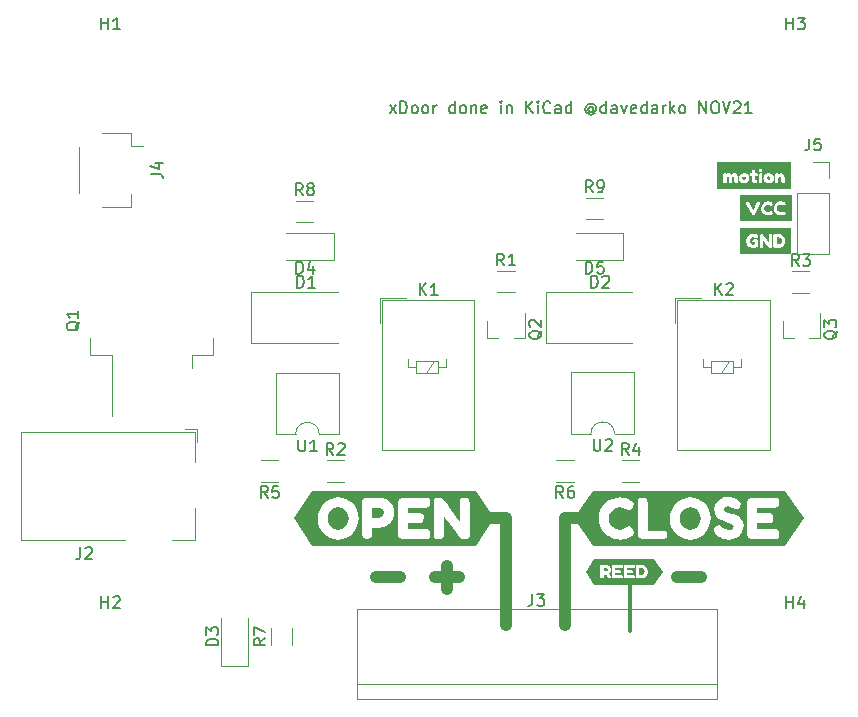
<source format=gbr>
%TF.GenerationSoftware,KiCad,Pcbnew,(5.1.9-0-10_14)*%
%TF.CreationDate,2021-11-09T22:49:23+01:00*%
%TF.ProjectId,xDoor,78446f6f-722e-46b6-9963-61645f706362,rev?*%
%TF.SameCoordinates,Original*%
%TF.FileFunction,Legend,Top*%
%TF.FilePolarity,Positive*%
%FSLAX46Y46*%
G04 Gerber Fmt 4.6, Leading zero omitted, Abs format (unit mm)*
G04 Created by KiCad (PCBNEW (5.1.9-0-10_14)) date 2021-11-09 22:49:23*
%MOMM*%
%LPD*%
G01*
G04 APERTURE LIST*
%ADD10C,0.200000*%
%ADD11C,1.000000*%
%ADD12C,0.300000*%
%ADD13C,0.100000*%
%ADD14C,0.120000*%
%ADD15C,0.150000*%
G04 APERTURE END LIST*
D10*
X27142857Y-7702380D02*
X27666666Y-7035714D01*
X27142857Y-7035714D02*
X27666666Y-7702380D01*
X28047619Y-7702380D02*
X28047619Y-6702380D01*
X28285714Y-6702380D01*
X28428571Y-6750000D01*
X28523809Y-6845238D01*
X28571428Y-6940476D01*
X28619047Y-7130952D01*
X28619047Y-7273809D01*
X28571428Y-7464285D01*
X28523809Y-7559523D01*
X28428571Y-7654761D01*
X28285714Y-7702380D01*
X28047619Y-7702380D01*
X29190476Y-7702380D02*
X29095238Y-7654761D01*
X29047619Y-7607142D01*
X29000000Y-7511904D01*
X29000000Y-7226190D01*
X29047619Y-7130952D01*
X29095238Y-7083333D01*
X29190476Y-7035714D01*
X29333333Y-7035714D01*
X29428571Y-7083333D01*
X29476190Y-7130952D01*
X29523809Y-7226190D01*
X29523809Y-7511904D01*
X29476190Y-7607142D01*
X29428571Y-7654761D01*
X29333333Y-7702380D01*
X29190476Y-7702380D01*
X30095238Y-7702380D02*
X30000000Y-7654761D01*
X29952380Y-7607142D01*
X29904761Y-7511904D01*
X29904761Y-7226190D01*
X29952380Y-7130952D01*
X30000000Y-7083333D01*
X30095238Y-7035714D01*
X30238095Y-7035714D01*
X30333333Y-7083333D01*
X30380952Y-7130952D01*
X30428571Y-7226190D01*
X30428571Y-7511904D01*
X30380952Y-7607142D01*
X30333333Y-7654761D01*
X30238095Y-7702380D01*
X30095238Y-7702380D01*
X30857142Y-7702380D02*
X30857142Y-7035714D01*
X30857142Y-7226190D02*
X30904761Y-7130952D01*
X30952380Y-7083333D01*
X31047619Y-7035714D01*
X31142857Y-7035714D01*
X32666666Y-7702380D02*
X32666666Y-6702380D01*
X32666666Y-7654761D02*
X32571428Y-7702380D01*
X32380952Y-7702380D01*
X32285714Y-7654761D01*
X32238095Y-7607142D01*
X32190476Y-7511904D01*
X32190476Y-7226190D01*
X32238095Y-7130952D01*
X32285714Y-7083333D01*
X32380952Y-7035714D01*
X32571428Y-7035714D01*
X32666666Y-7083333D01*
X33285714Y-7702380D02*
X33190476Y-7654761D01*
X33142857Y-7607142D01*
X33095238Y-7511904D01*
X33095238Y-7226190D01*
X33142857Y-7130952D01*
X33190476Y-7083333D01*
X33285714Y-7035714D01*
X33428571Y-7035714D01*
X33523809Y-7083333D01*
X33571428Y-7130952D01*
X33619047Y-7226190D01*
X33619047Y-7511904D01*
X33571428Y-7607142D01*
X33523809Y-7654761D01*
X33428571Y-7702380D01*
X33285714Y-7702380D01*
X34047619Y-7035714D02*
X34047619Y-7702380D01*
X34047619Y-7130952D02*
X34095238Y-7083333D01*
X34190476Y-7035714D01*
X34333333Y-7035714D01*
X34428571Y-7083333D01*
X34476190Y-7178571D01*
X34476190Y-7702380D01*
X35333333Y-7654761D02*
X35238095Y-7702380D01*
X35047619Y-7702380D01*
X34952380Y-7654761D01*
X34904761Y-7559523D01*
X34904761Y-7178571D01*
X34952380Y-7083333D01*
X35047619Y-7035714D01*
X35238095Y-7035714D01*
X35333333Y-7083333D01*
X35380952Y-7178571D01*
X35380952Y-7273809D01*
X34904761Y-7369047D01*
X36571428Y-7702380D02*
X36571428Y-7035714D01*
X36571428Y-6702380D02*
X36523809Y-6750000D01*
X36571428Y-6797619D01*
X36619047Y-6750000D01*
X36571428Y-6702380D01*
X36571428Y-6797619D01*
X37047619Y-7035714D02*
X37047619Y-7702380D01*
X37047619Y-7130952D02*
X37095238Y-7083333D01*
X37190476Y-7035714D01*
X37333333Y-7035714D01*
X37428571Y-7083333D01*
X37476190Y-7178571D01*
X37476190Y-7702380D01*
X38714285Y-7702380D02*
X38714285Y-6702380D01*
X39285714Y-7702380D02*
X38857142Y-7130952D01*
X39285714Y-6702380D02*
X38714285Y-7273809D01*
X39714285Y-7702380D02*
X39714285Y-7035714D01*
X39714285Y-6702380D02*
X39666666Y-6750000D01*
X39714285Y-6797619D01*
X39761904Y-6750000D01*
X39714285Y-6702380D01*
X39714285Y-6797619D01*
X40761904Y-7607142D02*
X40714285Y-7654761D01*
X40571428Y-7702380D01*
X40476190Y-7702380D01*
X40333333Y-7654761D01*
X40238095Y-7559523D01*
X40190476Y-7464285D01*
X40142857Y-7273809D01*
X40142857Y-7130952D01*
X40190476Y-6940476D01*
X40238095Y-6845238D01*
X40333333Y-6750000D01*
X40476190Y-6702380D01*
X40571428Y-6702380D01*
X40714285Y-6750000D01*
X40761904Y-6797619D01*
X41619047Y-7702380D02*
X41619047Y-7178571D01*
X41571428Y-7083333D01*
X41476190Y-7035714D01*
X41285714Y-7035714D01*
X41190476Y-7083333D01*
X41619047Y-7654761D02*
X41523809Y-7702380D01*
X41285714Y-7702380D01*
X41190476Y-7654761D01*
X41142857Y-7559523D01*
X41142857Y-7464285D01*
X41190476Y-7369047D01*
X41285714Y-7321428D01*
X41523809Y-7321428D01*
X41619047Y-7273809D01*
X42523809Y-7702380D02*
X42523809Y-6702380D01*
X42523809Y-7654761D02*
X42428571Y-7702380D01*
X42238095Y-7702380D01*
X42142857Y-7654761D01*
X42095238Y-7607142D01*
X42047619Y-7511904D01*
X42047619Y-7226190D01*
X42095238Y-7130952D01*
X42142857Y-7083333D01*
X42238095Y-7035714D01*
X42428571Y-7035714D01*
X42523809Y-7083333D01*
X44380952Y-7226190D02*
X44333333Y-7178571D01*
X44238095Y-7130952D01*
X44142857Y-7130952D01*
X44047619Y-7178571D01*
X44000000Y-7226190D01*
X43952380Y-7321428D01*
X43952380Y-7416666D01*
X44000000Y-7511904D01*
X44047619Y-7559523D01*
X44142857Y-7607142D01*
X44238095Y-7607142D01*
X44333333Y-7559523D01*
X44380952Y-7511904D01*
X44380952Y-7130952D02*
X44380952Y-7511904D01*
X44428571Y-7559523D01*
X44476190Y-7559523D01*
X44571428Y-7511904D01*
X44619047Y-7416666D01*
X44619047Y-7178571D01*
X44523809Y-7035714D01*
X44380952Y-6940476D01*
X44190476Y-6892857D01*
X44000000Y-6940476D01*
X43857142Y-7035714D01*
X43761904Y-7178571D01*
X43714285Y-7369047D01*
X43761904Y-7559523D01*
X43857142Y-7702380D01*
X44000000Y-7797619D01*
X44190476Y-7845238D01*
X44380952Y-7797619D01*
X44523809Y-7702380D01*
X45476190Y-7702380D02*
X45476190Y-6702380D01*
X45476190Y-7654761D02*
X45380952Y-7702380D01*
X45190476Y-7702380D01*
X45095238Y-7654761D01*
X45047619Y-7607142D01*
X45000000Y-7511904D01*
X45000000Y-7226190D01*
X45047619Y-7130952D01*
X45095238Y-7083333D01*
X45190476Y-7035714D01*
X45380952Y-7035714D01*
X45476190Y-7083333D01*
X46380952Y-7702380D02*
X46380952Y-7178571D01*
X46333333Y-7083333D01*
X46238095Y-7035714D01*
X46047619Y-7035714D01*
X45952380Y-7083333D01*
X46380952Y-7654761D02*
X46285714Y-7702380D01*
X46047619Y-7702380D01*
X45952380Y-7654761D01*
X45904761Y-7559523D01*
X45904761Y-7464285D01*
X45952380Y-7369047D01*
X46047619Y-7321428D01*
X46285714Y-7321428D01*
X46380952Y-7273809D01*
X46761904Y-7035714D02*
X46999999Y-7702380D01*
X47238095Y-7035714D01*
X47999999Y-7654761D02*
X47904761Y-7702380D01*
X47714285Y-7702380D01*
X47619047Y-7654761D01*
X47571428Y-7559523D01*
X47571428Y-7178571D01*
X47619047Y-7083333D01*
X47714285Y-7035714D01*
X47904761Y-7035714D01*
X47999999Y-7083333D01*
X48047619Y-7178571D01*
X48047619Y-7273809D01*
X47571428Y-7369047D01*
X48904761Y-7702380D02*
X48904761Y-6702380D01*
X48904761Y-7654761D02*
X48809523Y-7702380D01*
X48619047Y-7702380D01*
X48523809Y-7654761D01*
X48476190Y-7607142D01*
X48428571Y-7511904D01*
X48428571Y-7226190D01*
X48476190Y-7130952D01*
X48523809Y-7083333D01*
X48619047Y-7035714D01*
X48809523Y-7035714D01*
X48904761Y-7083333D01*
X49809523Y-7702380D02*
X49809523Y-7178571D01*
X49761904Y-7083333D01*
X49666666Y-7035714D01*
X49476190Y-7035714D01*
X49380952Y-7083333D01*
X49809523Y-7654761D02*
X49714285Y-7702380D01*
X49476190Y-7702380D01*
X49380952Y-7654761D01*
X49333333Y-7559523D01*
X49333333Y-7464285D01*
X49380952Y-7369047D01*
X49476190Y-7321428D01*
X49714285Y-7321428D01*
X49809523Y-7273809D01*
X50285714Y-7702380D02*
X50285714Y-7035714D01*
X50285714Y-7226190D02*
X50333333Y-7130952D01*
X50380952Y-7083333D01*
X50476190Y-7035714D01*
X50571428Y-7035714D01*
X50904761Y-7702380D02*
X50904761Y-6702380D01*
X50999999Y-7321428D02*
X51285714Y-7702380D01*
X51285714Y-7035714D02*
X50904761Y-7416666D01*
X51857142Y-7702380D02*
X51761904Y-7654761D01*
X51714285Y-7607142D01*
X51666666Y-7511904D01*
X51666666Y-7226190D01*
X51714285Y-7130952D01*
X51761904Y-7083333D01*
X51857142Y-7035714D01*
X51999999Y-7035714D01*
X52095238Y-7083333D01*
X52142857Y-7130952D01*
X52190476Y-7226190D01*
X52190476Y-7511904D01*
X52142857Y-7607142D01*
X52095238Y-7654761D01*
X51999999Y-7702380D01*
X51857142Y-7702380D01*
X53380952Y-7702380D02*
X53380952Y-6702380D01*
X53952380Y-7702380D01*
X53952380Y-6702380D01*
X54619047Y-6702380D02*
X54809523Y-6702380D01*
X54904761Y-6750000D01*
X54999999Y-6845238D01*
X55047619Y-7035714D01*
X55047619Y-7369047D01*
X54999999Y-7559523D01*
X54904761Y-7654761D01*
X54809523Y-7702380D01*
X54619047Y-7702380D01*
X54523809Y-7654761D01*
X54428571Y-7559523D01*
X54380952Y-7369047D01*
X54380952Y-7035714D01*
X54428571Y-6845238D01*
X54523809Y-6750000D01*
X54619047Y-6702380D01*
X55333333Y-6702380D02*
X55666666Y-7702380D01*
X55999999Y-6702380D01*
X56285714Y-6797619D02*
X56333333Y-6750000D01*
X56428571Y-6702380D01*
X56666666Y-6702380D01*
X56761904Y-6750000D01*
X56809523Y-6797619D01*
X56857142Y-6892857D01*
X56857142Y-6988095D01*
X56809523Y-7130952D01*
X56238095Y-7702380D01*
X56857142Y-7702380D01*
X57809523Y-7702380D02*
X57238095Y-7702380D01*
X57523809Y-7702380D02*
X57523809Y-6702380D01*
X57428571Y-6845238D01*
X57333333Y-6940476D01*
X57238095Y-6988095D01*
D11*
X51500000Y-47000000D02*
X53500000Y-47000000D01*
D12*
X47500000Y-47500000D02*
X47500000Y-51500000D01*
D11*
X32000000Y-46000000D02*
X32000000Y-48000000D01*
X33000000Y-47000000D02*
X31000000Y-47000000D01*
X26000000Y-47000000D02*
X28000000Y-47000000D01*
X42000000Y-42000000D02*
X44000000Y-42000000D01*
X42000000Y-51000000D02*
X42000000Y-42000000D01*
X37000000Y-42000000D02*
X35500000Y-42000000D01*
X37000000Y-51000000D02*
X37000000Y-42000000D01*
D13*
%TO.C,kibuzzard-618517C8*%
G36*
X57342650Y-17387295D02*
G01*
X57613319Y-17995026D01*
X57714125Y-17942192D01*
X57822869Y-17910492D01*
X57939550Y-17899925D01*
X58062140Y-17913683D01*
X58180144Y-17954958D01*
X58293562Y-18023750D01*
X58336425Y-18094394D01*
X58299912Y-18184087D01*
X58240778Y-18247191D01*
X58187200Y-18268225D01*
X58090362Y-18224569D01*
X58017337Y-18191827D01*
X57931612Y-18180912D01*
X57817709Y-18202145D01*
X57717300Y-18265844D01*
X57647053Y-18363872D01*
X57623637Y-18488094D01*
X57634221Y-18575053D01*
X57665971Y-18652841D01*
X57718887Y-18721456D01*
X57820487Y-18793489D01*
X57934787Y-18817500D01*
X58017734Y-18810356D01*
X58091950Y-18788925D01*
X58091950Y-18615888D01*
X57966537Y-18615888D01*
X57896687Y-18603188D01*
X57869700Y-18565881D01*
X57863350Y-18499206D01*
X57870494Y-18431737D01*
X57896687Y-18396812D01*
X57972887Y-18382525D01*
X58252287Y-18382525D01*
X58357062Y-18426975D01*
X58372937Y-18515875D01*
X58499938Y-18942913D01*
X58499938Y-18057087D01*
X58515019Y-17968981D01*
X58560262Y-17931675D01*
X58638050Y-17922150D01*
X58713456Y-17930881D01*
X58752350Y-17950725D01*
X58788862Y-17992000D01*
X58894343Y-18135272D01*
X58987476Y-18261346D01*
X59068263Y-18370222D01*
X59136701Y-18461900D01*
X59192793Y-18536380D01*
X59236538Y-18593663D01*
X59236538Y-18057087D01*
X59251619Y-17968981D01*
X59296863Y-17931675D01*
X59372269Y-17922150D01*
X59445294Y-17930087D01*
X59486569Y-17949137D01*
X59506413Y-17982475D01*
X59515938Y-18063437D01*
X59515938Y-18944500D01*
X59513556Y-19000062D01*
X59498475Y-19041338D01*
X59456406Y-19073484D01*
X59374650Y-19084200D01*
X59288925Y-19074675D01*
X59249238Y-19044513D01*
X59136966Y-18894935D01*
X59038276Y-18763701D01*
X58953169Y-18650813D01*
X58881643Y-18556268D01*
X58823699Y-18480068D01*
X58779337Y-18422212D01*
X58779337Y-18944500D01*
X58776956Y-19000062D01*
X58761875Y-19041338D01*
X58719806Y-19073484D01*
X58638050Y-19084200D01*
X58558675Y-19073484D01*
X58517400Y-19041338D01*
X58502319Y-18998475D01*
X58499938Y-18942913D01*
X58372937Y-18515875D01*
X58372937Y-18865125D01*
X58328487Y-18961963D01*
X58253478Y-19022387D01*
X58161800Y-19065547D01*
X58053453Y-19091443D01*
X57928437Y-19100075D01*
X57814038Y-19088913D01*
X57707378Y-19055427D01*
X57608457Y-18999616D01*
X57517275Y-18921481D01*
X57440877Y-18827571D01*
X57386306Y-18724433D01*
X57353564Y-18612068D01*
X57342650Y-18490475D01*
X57353762Y-18369478D01*
X57387100Y-18258898D01*
X57442662Y-18158737D01*
X57520450Y-18068994D01*
X57613319Y-17995026D01*
X57342650Y-17387295D01*
X56830020Y-17387295D01*
X56830020Y-19612705D01*
X57342650Y-19612705D01*
X60657350Y-19612705D01*
X60396851Y-18985279D01*
X60297980Y-19039353D01*
X60190079Y-19071798D01*
X60073150Y-19082613D01*
X59782638Y-19082613D01*
X59704056Y-19072691D01*
X59661988Y-19042925D01*
X59642938Y-18941325D01*
X59642938Y-18058675D01*
X59645319Y-18003112D01*
X59660400Y-17961837D01*
X59702469Y-17929691D01*
X59784225Y-17918975D01*
X60077913Y-17920562D01*
X60189534Y-17930931D01*
X60294209Y-17962036D01*
X60391940Y-18013878D01*
X60482725Y-18086456D01*
X60559123Y-18174166D01*
X60613694Y-18271400D01*
X60646436Y-18378159D01*
X60657350Y-18494444D01*
X60646684Y-18611175D01*
X60614686Y-18719273D01*
X60561356Y-18818740D01*
X60486694Y-18909575D01*
X60396851Y-18985279D01*
X60657350Y-19612705D01*
X61169980Y-19612705D01*
X61169980Y-17387295D01*
X60657350Y-17387295D01*
X57342650Y-17387295D01*
G37*
G36*
X60076325Y-18201550D02*
G01*
X59923925Y-18201550D01*
X59923925Y-18801625D01*
X60077913Y-18801625D01*
X60186656Y-18780392D01*
X60284288Y-18716694D01*
X60353344Y-18620848D01*
X60376363Y-18503175D01*
X60353939Y-18385105D01*
X60286669Y-18288069D01*
X60189236Y-18223180D01*
X60076325Y-18201550D01*
G37*
%TO.C,kibuzzard-618517AA*%
G36*
X57332331Y-14642057D02*
G01*
X58434056Y-15183262D01*
X58504303Y-15231681D01*
X58527719Y-15284862D01*
X58503906Y-15361062D01*
X58632494Y-15517431D01*
X58679523Y-15425356D01*
X58738062Y-15350744D01*
X58806920Y-15290220D01*
X58884906Y-15240412D01*
X58988799Y-15192787D01*
X59093045Y-15164212D01*
X59197644Y-15154687D01*
X59272852Y-15160442D01*
X59349250Y-15177706D01*
X59465931Y-15224537D01*
X59504031Y-15246762D01*
X59548481Y-15275337D01*
X59589756Y-15350744D01*
X59556419Y-15438850D01*
X59497681Y-15503144D01*
X59445294Y-15524575D01*
X59364331Y-15489650D01*
X59286544Y-15449169D01*
X59186531Y-15435675D01*
X59084138Y-15453534D01*
X58983331Y-15507112D01*
X59679648Y-15861323D01*
X59669131Y-15742062D01*
X59679450Y-15623992D01*
X59710406Y-15517431D01*
X59757436Y-15425356D01*
X59815975Y-15350744D01*
X59884833Y-15290220D01*
X59962819Y-15240412D01*
X60066712Y-15192787D01*
X60170958Y-15164212D01*
X60275556Y-15154687D01*
X60350764Y-15160442D01*
X60427163Y-15177706D01*
X60543844Y-15224537D01*
X60581944Y-15246762D01*
X60626394Y-15275337D01*
X60667669Y-15350744D01*
X60634331Y-15438850D01*
X60575594Y-15503144D01*
X60523206Y-15524575D01*
X60442244Y-15489650D01*
X60364456Y-15449169D01*
X60264444Y-15435675D01*
X60162050Y-15453534D01*
X60061244Y-15507112D01*
X59981869Y-15605537D01*
X59958056Y-15673205D01*
X59950119Y-15749206D01*
X59958056Y-15825208D01*
X59981869Y-15892875D01*
X60062831Y-15992888D01*
X60161653Y-16045275D01*
X60264444Y-16062738D01*
X60357313Y-16050038D01*
X60420019Y-16024638D01*
X60448594Y-16004000D01*
X60524794Y-15972250D01*
X60575991Y-15994475D01*
X60631156Y-16061150D01*
X60666081Y-16150050D01*
X60644650Y-16205613D01*
X60594644Y-16245300D01*
X60539875Y-16278638D01*
X60432719Y-16319913D01*
X60353145Y-16338963D01*
X60276350Y-16345313D01*
X60200547Y-16340352D01*
X60123950Y-16325469D01*
X60045766Y-16298878D01*
X59965200Y-16258794D01*
X59887611Y-16206803D01*
X59818356Y-16144494D01*
X59759023Y-16067500D01*
X59711200Y-15971456D01*
X59679648Y-15861323D01*
X58983331Y-15507112D01*
X58903956Y-15605537D01*
X58880144Y-15673205D01*
X58872206Y-15749206D01*
X58880144Y-15825208D01*
X58903956Y-15892875D01*
X58984919Y-15992888D01*
X59083741Y-16045275D01*
X59186531Y-16062738D01*
X59279400Y-16050038D01*
X59342106Y-16024638D01*
X59370681Y-16004000D01*
X59446881Y-15972250D01*
X59498078Y-15994475D01*
X59553244Y-16061150D01*
X59588169Y-16150050D01*
X59566738Y-16205613D01*
X59516731Y-16245300D01*
X59461963Y-16278638D01*
X59354806Y-16319913D01*
X59275233Y-16338963D01*
X59198438Y-16345313D01*
X59122634Y-16340352D01*
X59046038Y-16325469D01*
X58967853Y-16298878D01*
X58887287Y-16258794D01*
X58809698Y-16206803D01*
X58740444Y-16144494D01*
X58681111Y-16067500D01*
X58633287Y-15971456D01*
X58601736Y-15861323D01*
X58591219Y-15742062D01*
X58601537Y-15623992D01*
X58632494Y-15517431D01*
X58503906Y-15361062D01*
X58065756Y-16250062D01*
X58012575Y-16306419D01*
X57938756Y-16327850D01*
X57922881Y-16327850D01*
X57847475Y-16306419D01*
X57794294Y-16250062D01*
X57356144Y-15361062D01*
X57332331Y-15284862D01*
X57355747Y-15231681D01*
X57425994Y-15183262D01*
X57506162Y-15156275D01*
X57548231Y-15162625D01*
X57575219Y-15184850D01*
X57601412Y-15226919D01*
X57622645Y-15271369D01*
X57662531Y-15358681D01*
X57713530Y-15470798D01*
X57768100Y-15589662D01*
X57822869Y-15708527D01*
X57874462Y-15820644D01*
X57913555Y-15905377D01*
X57930819Y-15942088D01*
X58248319Y-15246762D01*
X58270544Y-15199137D01*
X58340394Y-15156275D01*
X58434056Y-15183262D01*
X57332331Y-14642057D01*
X56819701Y-14642057D01*
X56819701Y-16857943D01*
X57332331Y-16857943D01*
X60667669Y-16857943D01*
X61180299Y-16857943D01*
X61180299Y-14642057D01*
X60667669Y-14642057D01*
X57332331Y-14642057D01*
G37*
%TO.C,kibuzzard-61851795*%
G36*
X55395706Y-11866657D02*
G01*
X55668756Y-12880937D01*
X55750909Y-12796403D01*
X55848144Y-12768225D01*
X55946922Y-12783571D01*
X56027355Y-12829608D01*
X56089444Y-12906337D01*
X56131512Y-12856331D01*
X56210094Y-12799181D01*
X56321219Y-12768225D01*
X56437900Y-12792633D01*
X56533944Y-12865856D01*
X56581569Y-12945143D01*
X56610144Y-13052828D01*
X56619669Y-13188913D01*
X56619669Y-13466725D01*
X56617287Y-13521494D01*
X56865533Y-13505222D01*
X56790325Y-13416719D01*
X56739723Y-13309364D01*
X56722856Y-13188913D01*
X56737673Y-13069321D01*
X56782123Y-12964546D01*
X56856206Y-12874587D01*
X56949340Y-12805796D01*
X57050940Y-12764521D01*
X57161006Y-12750762D01*
X57270897Y-12764433D01*
X57371967Y-12805443D01*
X57464219Y-12873794D01*
X57537420Y-12963311D01*
X57581341Y-13067822D01*
X57595981Y-13187325D01*
X57805531Y-13279400D01*
X57805531Y-13044450D01*
X57740444Y-13049213D01*
X57682500Y-13022225D01*
X57659481Y-12930150D01*
X57667419Y-12835694D01*
X57689644Y-12793625D01*
X57753144Y-12772987D01*
X57805531Y-12779337D01*
X57805531Y-12615825D01*
X57807912Y-12561850D01*
X57822994Y-12523750D01*
X57863872Y-12493984D01*
X57945231Y-12484062D01*
X58031353Y-12498747D01*
X58073819Y-12542800D01*
X58427831Y-12422150D01*
X58469900Y-12390003D01*
X58551656Y-12379287D01*
X58631825Y-12390003D01*
X58672306Y-12422150D01*
X58687388Y-12464219D01*
X58689769Y-12518987D01*
X58687388Y-12573756D01*
X58673100Y-12615031D01*
X58631031Y-12647575D01*
X58550863Y-12657100D01*
X58470694Y-12647575D01*
X58428625Y-12614237D01*
X58414338Y-12572169D01*
X58411956Y-12517400D01*
X58414338Y-12462631D01*
X58427831Y-12422150D01*
X58073819Y-12542800D01*
X58081756Y-12623762D01*
X58081756Y-12779337D01*
X58187325Y-12772987D01*
X58241300Y-12775369D01*
X58283369Y-12790450D01*
X58314325Y-12831328D01*
X58324644Y-12912687D01*
X58313928Y-12993253D01*
X58281781Y-13034925D01*
X58239713Y-13048419D01*
X58184944Y-13050800D01*
X58081756Y-13044450D01*
X58081756Y-13263525D01*
X58095250Y-13325438D01*
X58146050Y-13344488D01*
X58203200Y-13346869D01*
X58245269Y-13361950D01*
X58281781Y-13468313D01*
X58270669Y-13548878D01*
X58237331Y-13590550D01*
X58195263Y-13604044D01*
X58142081Y-13606425D01*
X58040834Y-13598135D01*
X57957226Y-13573264D01*
X57891256Y-13531813D01*
X57843631Y-13470606D01*
X57815056Y-13386468D01*
X57805531Y-13279400D01*
X57595981Y-13187325D01*
X57578916Y-13311745D01*
X57527719Y-13421481D01*
X57452114Y-13510381D01*
X57361825Y-13572294D01*
X57262408Y-13608608D01*
X57159419Y-13620713D01*
X57056231Y-13607814D01*
X56956219Y-13569119D01*
X56865533Y-13505222D01*
X56617287Y-13521494D01*
X56602206Y-13563563D01*
X56561328Y-13595709D01*
X56479969Y-13606425D01*
X56399403Y-13595313D01*
X56357731Y-13561975D01*
X56344237Y-13519906D01*
X56341856Y-13465138D01*
X56341856Y-13187325D01*
X56317250Y-13083741D01*
X56243431Y-13049213D01*
X56168025Y-13085725D01*
X56148181Y-13188913D01*
X56148181Y-13466725D01*
X56145800Y-13522288D01*
X56130719Y-13563563D01*
X56088650Y-13595709D01*
X56006894Y-13606425D01*
X55926328Y-13595313D01*
X55884656Y-13561975D01*
X55871162Y-13519906D01*
X55868781Y-13465138D01*
X55868781Y-13187325D01*
X55844175Y-13083741D01*
X55770356Y-13049213D01*
X55698919Y-13083741D01*
X55675106Y-13187325D01*
X55675106Y-13468313D01*
X55672725Y-13523081D01*
X55657644Y-13565150D01*
X55614781Y-13596106D01*
X55533819Y-13606425D01*
X55453253Y-13595709D01*
X55411581Y-13563563D01*
X55398087Y-13522288D01*
X55395706Y-13466725D01*
X55395706Y-12907925D01*
X55398087Y-12853156D01*
X55413169Y-12812675D01*
X55453253Y-12780528D01*
X55525881Y-12769812D01*
X55641769Y-12798387D01*
X55668756Y-12880937D01*
X55395706Y-11866657D01*
X54883076Y-11866657D01*
X54883076Y-14133343D01*
X55395706Y-14133343D01*
X60604294Y-14133343D01*
X58689769Y-13468313D01*
X58687388Y-13523081D01*
X58672306Y-13565150D01*
X58631428Y-13596106D01*
X58550069Y-13606425D01*
X58469503Y-13595709D01*
X58427831Y-13563563D01*
X58414338Y-13522288D01*
X58411956Y-13466725D01*
X58411956Y-12909512D01*
X58414338Y-12854744D01*
X58427831Y-12812675D01*
X58469900Y-12781719D01*
X58551656Y-12771400D01*
X58659606Y-12798387D01*
X58688181Y-12866650D01*
X58689769Y-12912687D01*
X58852223Y-12964546D01*
X58926306Y-12874587D01*
X59019440Y-12805796D01*
X59121040Y-12764521D01*
X59231106Y-12750762D01*
X59340997Y-12764433D01*
X59442067Y-12805443D01*
X59534319Y-12873794D01*
X59607520Y-12963311D01*
X59651441Y-13067822D01*
X59666081Y-13187325D01*
X59649016Y-13311745D01*
X59597819Y-13421481D01*
X59522214Y-13510381D01*
X59431925Y-13572294D01*
X59332508Y-13608608D01*
X59229519Y-13620713D01*
X59126331Y-13607814D01*
X59026319Y-13569119D01*
X58935633Y-13505222D01*
X58860425Y-13416719D01*
X58809823Y-13309364D01*
X58792956Y-13188913D01*
X58807773Y-13069321D01*
X58852223Y-12964546D01*
X58689769Y-12912687D01*
X58689769Y-13468313D01*
X60604294Y-14133343D01*
X61116924Y-14133343D01*
X60604294Y-13187325D01*
X60604294Y-13466725D01*
X60601913Y-13521494D01*
X60588419Y-13561975D01*
X60546350Y-13594122D01*
X60464594Y-13604838D01*
X60375694Y-13590153D01*
X60334419Y-13546100D01*
X60324894Y-13465138D01*
X60324894Y-13185738D01*
X60287588Y-13084138D01*
X60187575Y-13047625D01*
X60085975Y-13085725D01*
X60047081Y-13185738D01*
X60047081Y-13466725D01*
X60044700Y-13521494D01*
X60029619Y-13561975D01*
X59988741Y-13594122D01*
X59907381Y-13604838D01*
X59826816Y-13594122D01*
X59785144Y-13561975D01*
X59771650Y-13519906D01*
X59769269Y-13465138D01*
X59769269Y-12903162D01*
X59771650Y-12849981D01*
X59786731Y-12809500D01*
X59828403Y-12779734D01*
X59908969Y-12769812D01*
X59987153Y-12778941D01*
X60028031Y-12806325D01*
X60043906Y-12871412D01*
X60072481Y-12839662D01*
X60115344Y-12806325D01*
X60234406Y-12769812D01*
X60334331Y-12783306D01*
X60422437Y-12823787D01*
X60498725Y-12891256D01*
X60557374Y-12978128D01*
X60592564Y-13076817D01*
X60604294Y-13187325D01*
X61116924Y-14133343D01*
X61116924Y-11866657D01*
X60604294Y-11866657D01*
X55395706Y-11866657D01*
G37*
G36*
X59124744Y-13302419D02*
G01*
X59227931Y-13341313D01*
X59332706Y-13301625D01*
X59371997Y-13252412D01*
X59385094Y-13184150D01*
X59372791Y-13116284D01*
X59335881Y-13068263D01*
X59229519Y-13030163D01*
X59123156Y-13069850D01*
X59086247Y-13118864D01*
X59073944Y-13186531D01*
X59086644Y-13254000D01*
X59124744Y-13302419D01*
G37*
G36*
X57054644Y-13302419D02*
G01*
X57157831Y-13341313D01*
X57262606Y-13301625D01*
X57301897Y-13252412D01*
X57314994Y-13184150D01*
X57302691Y-13116284D01*
X57265781Y-13068263D01*
X57159419Y-13030163D01*
X57053056Y-13069850D01*
X57016147Y-13118864D01*
X57003844Y-13186531D01*
X57016544Y-13254000D01*
X57054644Y-13302419D01*
G37*
D14*
%TO.C,J5*%
X61670000Y-14440000D02*
X64330000Y-14440000D01*
X61670000Y-14440000D02*
X61670000Y-19580000D01*
X61670000Y-19580000D02*
X64330000Y-19580000D01*
X64330000Y-14440000D02*
X64330000Y-19580000D01*
X64330000Y-11840000D02*
X64330000Y-13170000D01*
X63000000Y-11840000D02*
X64330000Y-11840000D01*
D13*
%TO.C,kibuzzard-61850136*%
G36*
X45260100Y-46476187D02*
G01*
X45463300Y-46476187D01*
X45555375Y-46441262D01*
X45601412Y-46336487D01*
X45555375Y-46230919D01*
X45460125Y-46195200D01*
X45260100Y-46195200D01*
X45260100Y-46476187D01*
G37*
G36*
X48439863Y-46195200D02*
G01*
X48287463Y-46195200D01*
X48287463Y-46795275D01*
X48441450Y-46795275D01*
X48550194Y-46774042D01*
X48647825Y-46710344D01*
X48716881Y-46614498D01*
X48739900Y-46496825D01*
X48717477Y-46378755D01*
X48650206Y-46281719D01*
X48552773Y-46216830D01*
X48439863Y-46195200D01*
G37*
G36*
X44979112Y-45399995D02*
G01*
X45120400Y-45914212D01*
X45463300Y-45914212D01*
X45555551Y-45925501D01*
X45646039Y-45959368D01*
X45734762Y-46015812D01*
X45792706Y-46073756D01*
X45839537Y-46149162D01*
X45870494Y-46238062D01*
X45880812Y-46336487D01*
X45867583Y-46449024D01*
X45827896Y-46547449D01*
X45761750Y-46631763D01*
X45789267Y-46696850D01*
X45825250Y-46779929D01*
X45980825Y-46936563D01*
X45980825Y-46053912D01*
X46010987Y-45943581D01*
X46125287Y-45914212D01*
X46750762Y-45914212D01*
X46805531Y-45916594D01*
X46847600Y-45931675D01*
X46879747Y-45973744D01*
X46890462Y-46055500D01*
X46875778Y-46143606D01*
X46831725Y-46185675D01*
X46749175Y-46195200D01*
X46261812Y-46195200D01*
X46261812Y-46355537D01*
X46576137Y-46355537D01*
X46630906Y-46357919D01*
X46672975Y-46373000D01*
X46705122Y-46415069D01*
X46715837Y-46496825D01*
X46700756Y-46584931D01*
X46655512Y-46627000D01*
X46572962Y-46636525D01*
X46261812Y-46636525D01*
X46261812Y-46796863D01*
X46750762Y-46796863D01*
X46805531Y-46799244D01*
X46847600Y-46814325D01*
X46879747Y-46856394D01*
X46993650Y-46936563D01*
X46993650Y-46053912D01*
X47023813Y-45943581D01*
X47138113Y-45914212D01*
X47763588Y-45914212D01*
X47818356Y-45916594D01*
X47860425Y-45931675D01*
X47892572Y-45973744D01*
X47903288Y-46055500D01*
X47888603Y-46143606D01*
X47844550Y-46185675D01*
X47762000Y-46195200D01*
X47274638Y-46195200D01*
X47274638Y-46355537D01*
X47588963Y-46355537D01*
X47643731Y-46357919D01*
X47685800Y-46373000D01*
X47717947Y-46415069D01*
X47728663Y-46496825D01*
X47713581Y-46584931D01*
X47668338Y-46627000D01*
X47585788Y-46636525D01*
X47274638Y-46636525D01*
X47274638Y-46796863D01*
X47763588Y-46796863D01*
X47818356Y-46799244D01*
X47860425Y-46814325D01*
X47892572Y-46856394D01*
X47903288Y-46938150D01*
X47888603Y-47026256D01*
X47844550Y-47068325D01*
X47762000Y-47077850D01*
X47133350Y-47077850D01*
X47045244Y-47062769D01*
X47003175Y-47017525D01*
X46993650Y-46936563D01*
X46879747Y-46856394D01*
X46890462Y-46938150D01*
X46875778Y-47026256D01*
X46831725Y-47068325D01*
X46749175Y-47077850D01*
X46120525Y-47077850D01*
X46032419Y-47062769D01*
X45990350Y-47017525D01*
X45980825Y-46936563D01*
X45825250Y-46779929D01*
X45869700Y-46881000D01*
X45893512Y-46963550D01*
X45868906Y-47019113D01*
X45795087Y-47065150D01*
X45713331Y-47087375D01*
X45662531Y-47072294D01*
X45633162Y-47041338D01*
X45612349Y-46996006D01*
X45571074Y-46900226D01*
X45509337Y-46754000D01*
X45460125Y-46757175D01*
X45260100Y-46757175D01*
X45260100Y-46936563D01*
X45257719Y-46991331D01*
X45242637Y-47033400D01*
X45200569Y-47065547D01*
X45118812Y-47076263D01*
X45030706Y-47061578D01*
X44988637Y-47017525D01*
X44979112Y-46934975D01*
X44979112Y-46053912D01*
X44981494Y-45999144D01*
X44996575Y-45957075D01*
X45038644Y-45924928D01*
X45120400Y-45914212D01*
X44979112Y-45399995D01*
X44466482Y-45399995D01*
X43733145Y-46500000D01*
X44466482Y-47600005D01*
X44979112Y-47600005D01*
X49020888Y-47600005D01*
X48760389Y-46978929D01*
X48661517Y-47033003D01*
X48553617Y-47065448D01*
X48436688Y-47076263D01*
X48146175Y-47076263D01*
X48067594Y-47066341D01*
X48025525Y-47036575D01*
X48006475Y-46934975D01*
X48006475Y-46052325D01*
X48008856Y-45996762D01*
X48023938Y-45955487D01*
X48066006Y-45923341D01*
X48147763Y-45912625D01*
X48441450Y-45914212D01*
X48553071Y-45924581D01*
X48657747Y-45955686D01*
X48755477Y-46007528D01*
X48846263Y-46080106D01*
X48922661Y-46167816D01*
X48977231Y-46265050D01*
X49009973Y-46371809D01*
X49020888Y-46488094D01*
X49010221Y-46604825D01*
X48978223Y-46712923D01*
X48924893Y-46812390D01*
X48850231Y-46903225D01*
X48760389Y-46978929D01*
X49020888Y-47600005D01*
X49533518Y-47600005D01*
X50266855Y-46500000D01*
X49533518Y-45399995D01*
X49020888Y-45399995D01*
X44979112Y-45399995D01*
G37*
D14*
%TO.C,J3*%
X24380000Y-57310000D02*
X54860000Y-57310000D01*
X24380000Y-49690000D02*
X54860000Y-49690000D01*
X24380000Y-56040000D02*
X54860000Y-56040000D01*
X54860000Y-57310000D02*
X54860000Y-49690000D01*
X24380000Y-49690000D02*
X24380000Y-57310000D01*
%TO.C,R9*%
X43772936Y-16660000D02*
X45227064Y-16660000D01*
X43772936Y-14840000D02*
X45227064Y-14840000D01*
%TO.C,R8*%
X19222936Y-16910000D02*
X20677064Y-16910000D01*
X19222936Y-15090000D02*
X20677064Y-15090000D01*
%TO.C,J4*%
X2785000Y-9390000D02*
X5285000Y-9390000D01*
X5285000Y-9390000D02*
X5285000Y-10440000D01*
X5285000Y-10440000D02*
X6275000Y-10440000D01*
X2785000Y-15610000D02*
X5285000Y-15610000D01*
X5285000Y-15610000D02*
X5285000Y-14560000D01*
X815000Y-10560000D02*
X815000Y-14440000D01*
D13*
%TO.C,kibuzzard-61843AB1*%
G36*
X44851425Y-39684764D02*
G01*
X45498530Y-40627805D01*
X45732487Y-40478381D01*
X46044167Y-40335506D01*
X46356904Y-40249781D01*
X46670700Y-40221206D01*
X46896323Y-40238470D01*
X47125519Y-40290262D01*
X47475562Y-40430756D01*
X47589862Y-40497431D01*
X47723212Y-40583156D01*
X47847037Y-40809375D01*
X47747025Y-41073694D01*
X47570812Y-41266575D01*
X47413650Y-41330869D01*
X47170762Y-41226094D01*
X46937400Y-41104650D01*
X46637362Y-41064169D01*
X46330181Y-41117747D01*
X46027762Y-41278481D01*
X45789637Y-41573756D01*
X45718200Y-41776758D01*
X45694387Y-42004763D01*
X45718200Y-42232767D01*
X45789637Y-42435769D01*
X46032525Y-42735806D01*
X46328991Y-42892969D01*
X46637362Y-42945356D01*
X46915969Y-42907256D01*
X47104087Y-42831056D01*
X47189812Y-42769144D01*
X47418412Y-42673894D01*
X47572003Y-42740569D01*
X48156600Y-43321594D01*
X48156600Y-40673644D01*
X48163744Y-40509337D01*
X48208987Y-40383131D01*
X48335194Y-40286691D01*
X48580462Y-40254544D01*
X48845972Y-40298597D01*
X48975750Y-40430756D01*
X48999562Y-40678406D01*
X48999562Y-43040606D01*
X50294962Y-43040606D01*
X50523562Y-43076325D01*
X50618812Y-43188244D01*
X50642625Y-43390650D01*
X50618812Y-43593056D01*
X50537850Y-43697831D01*
X50290200Y-43745456D01*
X48575700Y-43745456D01*
X48311381Y-43700213D01*
X48185175Y-43564481D01*
X48156600Y-43321594D01*
X47572003Y-42740569D01*
X47737500Y-42940594D01*
X47842275Y-43207294D01*
X47777981Y-43373981D01*
X47627962Y-43493044D01*
X47463656Y-43593056D01*
X47142187Y-43716881D01*
X46903467Y-43774031D01*
X46673081Y-43793081D01*
X46445672Y-43778198D01*
X46215881Y-43733550D01*
X45981328Y-43653778D01*
X45739631Y-43533525D01*
X45506864Y-43377553D01*
X45299100Y-43190625D01*
X45121102Y-42959644D01*
X44977631Y-42671513D01*
X44882977Y-42341114D01*
X44851425Y-41983331D01*
X44882381Y-41629120D01*
X44975250Y-41309437D01*
X45116339Y-41033212D01*
X45291956Y-40809375D01*
X45498530Y-40627805D01*
X44851425Y-39684764D01*
X44338795Y-39684764D01*
X42795304Y-42000000D01*
X44338795Y-44315236D01*
X44851425Y-44315236D01*
X60148575Y-44315236D01*
X59724713Y-43745456D01*
X57838763Y-43745456D01*
X57574444Y-43700213D01*
X57448238Y-43564481D01*
X57419663Y-43321594D01*
X57419663Y-40673644D01*
X57510150Y-40342650D01*
X57853050Y-40254544D01*
X59729475Y-40254544D01*
X59893781Y-40261687D01*
X60019988Y-40306931D01*
X60116428Y-40433137D01*
X60148575Y-40678406D01*
X60104522Y-40942725D01*
X59972363Y-41068931D01*
X59724713Y-41097506D01*
X58262625Y-41097506D01*
X58262625Y-41578519D01*
X59205600Y-41578519D01*
X59369906Y-41585662D01*
X59496113Y-41630906D01*
X59592553Y-41757112D01*
X59624700Y-42002381D01*
X59579456Y-42266700D01*
X59443725Y-42392906D01*
X59196075Y-42421481D01*
X58262625Y-42421481D01*
X58262625Y-42902494D01*
X59729475Y-42902494D01*
X59893781Y-42909638D01*
X60019988Y-42954881D01*
X60116428Y-43081088D01*
X60148575Y-43326356D01*
X60104522Y-43590675D01*
X59972363Y-43716881D01*
X59724713Y-43745456D01*
X60148575Y-44315236D01*
X60661205Y-44315236D01*
X62204696Y-42000000D01*
X60661205Y-39684764D01*
X52590488Y-40211681D01*
X52931304Y-40243530D01*
X53248903Y-40339078D01*
X53543285Y-40498324D01*
X53814450Y-40721269D01*
X54041562Y-40991392D01*
X54203784Y-41292173D01*
X54301118Y-41623614D01*
X54333563Y-41985712D01*
X54302606Y-42349151D01*
X54209738Y-42684609D01*
X54054956Y-42992088D01*
X53838263Y-43271588D01*
X54695513Y-43254919D01*
X54571688Y-42981075D01*
X54622884Y-42839986D01*
X54776475Y-42659606D01*
X55028888Y-42545306D01*
X55188431Y-42604838D01*
X55400363Y-42783431D01*
X55590863Y-42938213D01*
X55819463Y-43012031D01*
X56065525Y-42971815D01*
X56213163Y-42851165D01*
X56262375Y-42650081D01*
X56140931Y-42466725D01*
X55838513Y-42359569D01*
X55650394Y-42316111D01*
X55447988Y-42252412D01*
X55245581Y-42172045D01*
X55057463Y-42078581D01*
X54891370Y-41949398D01*
X54755044Y-41761875D01*
X54663961Y-41523155D01*
X54633600Y-41240381D01*
X54668260Y-40972887D01*
X54772242Y-40729206D01*
X54945544Y-40509337D01*
X55178642Y-40336035D01*
X55462010Y-40232054D01*
X55795650Y-40197394D01*
X56068898Y-40215848D01*
X56317144Y-40271212D01*
X56643375Y-40421231D01*
X56762438Y-40511719D01*
X56910075Y-40745081D01*
X56795775Y-41007019D01*
X56631469Y-41185612D01*
X56462400Y-41245144D01*
X56214750Y-41149894D01*
X56159981Y-41102269D01*
X56086163Y-41040356D01*
X55831369Y-40978444D01*
X55574194Y-41052262D01*
X55471800Y-41257050D01*
X55593244Y-41468981D01*
X55895663Y-41578519D01*
X56084972Y-41614833D01*
X56290950Y-41666625D01*
X56496928Y-41732705D01*
X56686238Y-41811881D01*
X56852330Y-41929158D01*
X56988656Y-42109538D01*
X57079739Y-42345877D01*
X57110100Y-42631031D01*
X57079144Y-42922139D01*
X56986275Y-43176338D01*
X56843400Y-43385292D01*
X56662425Y-43540669D01*
X56399429Y-43680898D01*
X56124792Y-43765035D01*
X55838513Y-43793081D01*
X55620628Y-43779389D01*
X55414650Y-43738313D01*
X55090800Y-43602581D01*
X54876488Y-43452563D01*
X54738375Y-43307306D01*
X54695513Y-43254919D01*
X53838263Y-43271588D01*
X53576325Y-43503908D01*
X53285813Y-43669852D01*
X52966725Y-43769418D01*
X52619063Y-43802606D01*
X52270656Y-43769864D01*
X51949336Y-43671638D01*
X51655103Y-43507927D01*
X51387956Y-43278731D01*
X51166054Y-43004292D01*
X51007552Y-42704850D01*
X50912450Y-42380405D01*
X50880750Y-42030956D01*
X50916469Y-41648170D01*
X51023625Y-41290387D01*
X51190312Y-40973086D01*
X51404625Y-40711744D01*
X51660609Y-40503384D01*
X51952312Y-40345031D01*
X52266637Y-40245019D01*
X52590488Y-40211681D01*
X60661205Y-39684764D01*
X60148575Y-39684764D01*
X44851425Y-39684764D01*
G37*
G36*
X51723712Y-42007144D02*
G01*
X51754140Y-42271992D01*
X51845421Y-42501385D01*
X51997556Y-42695325D01*
X52287473Y-42893564D01*
X52609538Y-42959644D01*
X52931006Y-42895350D01*
X53219138Y-42702469D01*
X53369950Y-42511440D01*
X53460438Y-42281252D01*
X53490600Y-42011906D01*
X53460173Y-41742031D01*
X53368892Y-41510256D01*
X53216756Y-41316581D01*
X52926839Y-41120128D01*
X52604775Y-41054644D01*
X52283306Y-41120723D01*
X51995175Y-41318962D01*
X51844362Y-41512902D01*
X51753875Y-41742296D01*
X51723712Y-42007144D01*
G37*
%TO.C,kibuzzard-61843A90*%
G36*
X21070625Y-39691907D02*
G01*
X22780362Y-40204537D01*
X23121179Y-40236387D01*
X23438778Y-40331934D01*
X23733160Y-40491180D01*
X24004325Y-40714125D01*
X24231437Y-40984248D01*
X24393659Y-41285030D01*
X24490993Y-41616470D01*
X24833000Y-43309688D01*
X24833000Y-40666500D01*
X24840144Y-40502194D01*
X24885387Y-40375987D01*
X25011594Y-40279547D01*
X25256862Y-40247400D01*
X26276037Y-40247400D01*
X26552792Y-40281267D01*
X26824254Y-40382867D01*
X27090425Y-40552200D01*
X27267828Y-40726031D01*
X27409512Y-40952250D01*
X27502381Y-41218950D01*
X27533338Y-41514225D01*
X27502381Y-41808905D01*
X27409512Y-42073819D01*
X27267828Y-42298252D01*
X27090425Y-42471488D01*
X26823725Y-42640821D01*
X26550675Y-42742421D01*
X26271275Y-42776288D01*
X25675962Y-42776288D01*
X25675962Y-43314450D01*
X27842900Y-43314450D01*
X27842900Y-40666500D01*
X27933388Y-40335506D01*
X28276288Y-40247400D01*
X30152713Y-40247400D01*
X30317019Y-40254544D01*
X30443225Y-40299787D01*
X30539666Y-40425994D01*
X30571813Y-40671262D01*
X30527759Y-40935581D01*
X30395600Y-41061787D01*
X30147950Y-41090362D01*
X28685863Y-41090362D01*
X28685863Y-41571375D01*
X29628838Y-41571375D01*
X29793144Y-41578519D01*
X29919350Y-41623762D01*
X30015791Y-41749969D01*
X30047938Y-41995237D01*
X30002694Y-42259556D01*
X29866963Y-42385763D01*
X29619313Y-42414338D01*
X28685863Y-42414338D01*
X28685863Y-42895350D01*
X30152713Y-42895350D01*
X30317019Y-42902494D01*
X30443225Y-42947738D01*
X30539666Y-43073944D01*
X30571813Y-43319213D01*
X30527759Y-43583531D01*
X30395600Y-43709738D01*
X30147950Y-43738313D01*
X28262000Y-43738313D01*
X27997681Y-43693069D01*
X27871475Y-43557338D01*
X27842900Y-43314450D01*
X25675962Y-43314450D01*
X25668819Y-43478756D01*
X25623575Y-43604963D01*
X25497369Y-43701403D01*
X25252100Y-43733550D01*
X24987781Y-43689497D01*
X24861575Y-43557338D01*
X24833000Y-43309688D01*
X24490993Y-41616470D01*
X24523437Y-41978569D01*
X24492481Y-42342007D01*
X24399612Y-42677466D01*
X24244831Y-42984945D01*
X24028137Y-43264444D01*
X23766200Y-43496764D01*
X23475688Y-43662708D01*
X23156600Y-43762274D01*
X22808937Y-43795463D01*
X22460531Y-43762720D01*
X22139211Y-43664494D01*
X21844978Y-43500783D01*
X21577831Y-43271588D01*
X21355929Y-42997148D01*
X21197427Y-42697706D01*
X21102325Y-42373261D01*
X21070625Y-42023813D01*
X21106344Y-41641027D01*
X21213500Y-41283244D01*
X21380187Y-40965942D01*
X21594500Y-40704600D01*
X21850484Y-40496241D01*
X22142187Y-40337887D01*
X22456512Y-40237875D01*
X22780362Y-40204537D01*
X21070625Y-39691907D01*
X20557995Y-39691907D01*
X19019266Y-42000000D01*
X20557995Y-44308093D01*
X21070625Y-44308093D01*
X33929375Y-44308093D01*
X33929375Y-43319213D01*
X33922231Y-43485900D01*
X33876988Y-43609725D01*
X33750781Y-43706166D01*
X33505513Y-43738313D01*
X33248338Y-43709738D01*
X33129275Y-43619250D01*
X32792460Y-43170517D01*
X32496392Y-42776817D01*
X32241069Y-42438150D01*
X32026492Y-42154517D01*
X31852660Y-41925917D01*
X31719575Y-41752350D01*
X31719575Y-43319213D01*
X31712431Y-43485900D01*
X31667188Y-43609725D01*
X31540981Y-43706166D01*
X31295713Y-43738313D01*
X31057588Y-43706166D01*
X30933763Y-43609725D01*
X30888519Y-43481138D01*
X30881375Y-43314450D01*
X30881375Y-40656975D01*
X30926619Y-40392656D01*
X31062350Y-40280737D01*
X31295713Y-40252162D01*
X31521931Y-40278356D01*
X31638613Y-40337887D01*
X31748150Y-40461712D01*
X32064592Y-40891528D01*
X32343992Y-41269750D01*
X32586350Y-41596378D01*
X32791667Y-41871412D01*
X32959942Y-42094853D01*
X33091175Y-42266700D01*
X33091175Y-40656975D01*
X33136419Y-40392656D01*
X33272150Y-40280737D01*
X33498369Y-40252162D01*
X33717444Y-40275975D01*
X33841269Y-40333125D01*
X33900800Y-40433137D01*
X33929375Y-40676025D01*
X33929375Y-43319213D01*
X33929375Y-44308093D01*
X34442005Y-44308093D01*
X35980734Y-42000000D01*
X34442005Y-39691907D01*
X33929375Y-39691907D01*
X21070625Y-39691907D01*
G37*
G36*
X21913587Y-42000000D02*
G01*
X21944015Y-42264848D01*
X22035296Y-42494242D01*
X22187431Y-42688181D01*
X22477348Y-42886420D01*
X22799412Y-42952500D01*
X23120881Y-42888206D01*
X23409012Y-42695325D01*
X23559825Y-42504296D01*
X23650312Y-42274108D01*
X23680475Y-42004763D01*
X23650048Y-41734887D01*
X23558767Y-41503112D01*
X23406631Y-41309437D01*
X23116714Y-41112984D01*
X22794650Y-41047500D01*
X22473181Y-41113580D01*
X22185050Y-41311819D01*
X22034237Y-41505758D01*
X21943750Y-41735152D01*
X21913587Y-42000000D01*
G37*
G36*
X26271275Y-41090362D02*
G01*
X25675962Y-41090362D01*
X25675962Y-41933325D01*
X26276037Y-41933325D01*
X26557025Y-41828550D01*
X26695137Y-41514225D01*
X26557025Y-41197519D01*
X26271275Y-41090362D01*
G37*
D14*
%TO.C,R7*%
X17090000Y-52727064D02*
X17090000Y-51272936D01*
X18910000Y-52727064D02*
X18910000Y-51272936D01*
%TO.C,R6*%
X42727064Y-38910000D02*
X41272936Y-38910000D01*
X42727064Y-37090000D02*
X41272936Y-37090000D01*
%TO.C,R5*%
X17727064Y-38910000D02*
X16272936Y-38910000D01*
X17727064Y-37090000D02*
X16272936Y-37090000D01*
%TO.C,D5*%
X42887500Y-20135000D02*
X46947500Y-20135000D01*
X46947500Y-20135000D02*
X46947500Y-17865000D01*
X46947500Y-17865000D02*
X42887500Y-17865000D01*
%TO.C,D4*%
X18387500Y-20135000D02*
X22447500Y-20135000D01*
X22447500Y-20135000D02*
X22447500Y-17865000D01*
X22447500Y-17865000D02*
X18387500Y-17865000D01*
%TO.C,D3*%
X12865000Y-50412500D02*
X12865000Y-54472500D01*
X12865000Y-54472500D02*
X15135000Y-54472500D01*
X15135000Y-54472500D02*
X15135000Y-50412500D01*
%TO.C,D2*%
X40350000Y-22850000D02*
X47650000Y-22850000D01*
X40350000Y-27150000D02*
X47650000Y-27150000D01*
X40350000Y-22850000D02*
X40350000Y-27150000D01*
%TO.C,D1*%
X15450000Y-22850000D02*
X22750000Y-22850000D01*
X15450000Y-27150000D02*
X22750000Y-27150000D01*
X15450000Y-22850000D02*
X15450000Y-27150000D01*
%TO.C,U2*%
X42540000Y-34830000D02*
X44190000Y-34830000D01*
X42540000Y-29630000D02*
X42540000Y-34830000D01*
X47840000Y-29630000D02*
X42540000Y-29630000D01*
X47840000Y-34830000D02*
X47840000Y-29630000D01*
X46190000Y-34830000D02*
X47840000Y-34830000D01*
X44190000Y-34830000D02*
G75*
G02*
X46190000Y-34830000I1000000J0D01*
G01*
%TO.C,U1*%
X17540000Y-34870000D02*
X19190000Y-34870000D01*
X17540000Y-29670000D02*
X17540000Y-34870000D01*
X22840000Y-29670000D02*
X17540000Y-29670000D01*
X22840000Y-34870000D02*
X22840000Y-29670000D01*
X21190000Y-34870000D02*
X22840000Y-34870000D01*
X19190000Y-34870000D02*
G75*
G02*
X21190000Y-34870000I1000000J0D01*
G01*
%TO.C,R4*%
X46822936Y-38910000D02*
X48277064Y-38910000D01*
X46822936Y-37090000D02*
X48277064Y-37090000D01*
%TO.C,R3*%
X61222936Y-22910000D02*
X62677064Y-22910000D01*
X61222936Y-21090000D02*
X62677064Y-21090000D01*
%TO.C,R2*%
X21822936Y-38910000D02*
X23277064Y-38910000D01*
X21822936Y-37090000D02*
X23277064Y-37090000D01*
%TO.C,R1*%
X36272936Y-22860000D02*
X37727064Y-22860000D01*
X36272936Y-21040000D02*
X37727064Y-21040000D01*
%TO.C,Q3*%
X60420000Y-26760000D02*
X60420000Y-25300000D01*
X63580000Y-26760000D02*
X63580000Y-24600000D01*
X63580000Y-26760000D02*
X62650000Y-26760000D01*
X60420000Y-26760000D02*
X61350000Y-26760000D01*
%TO.C,Q2*%
X35420000Y-26760000D02*
X35420000Y-25300000D01*
X38580000Y-26760000D02*
X38580000Y-24600000D01*
X38580000Y-26760000D02*
X37650000Y-26760000D01*
X35420000Y-26760000D02*
X36350000Y-26760000D01*
%TO.C,Q1*%
X10390000Y-28200000D02*
X10390000Y-29300000D01*
X12200000Y-28200000D02*
X10390000Y-28200000D01*
X12200000Y-26700000D02*
X12200000Y-28200000D01*
X3610000Y-28200000D02*
X3610000Y-33325000D01*
X1800000Y-28200000D02*
X3610000Y-28200000D01*
X1800000Y-26700000D02*
X1800000Y-28200000D01*
%TO.C,K2*%
X56247000Y-28650000D02*
X56247000Y-29666000D01*
X54342000Y-29666000D02*
X56247000Y-29666000D01*
X54342000Y-28650000D02*
X54342000Y-29666000D01*
X56247000Y-28650000D02*
X54342000Y-28650000D01*
X56882000Y-29158000D02*
X56247000Y-29158000D01*
X56882000Y-28523000D02*
X56882000Y-29158000D01*
X53682000Y-29158000D02*
X54342000Y-29158000D01*
X53682000Y-28523000D02*
X53682000Y-29158000D01*
X55866000Y-28650000D02*
X55231000Y-29666000D01*
X51520000Y-23540000D02*
X59320000Y-23540000D01*
X59320000Y-23540000D02*
X59320000Y-36240000D01*
X59320000Y-36240000D02*
X51520000Y-36240000D01*
X51520000Y-36240000D02*
X51520000Y-23540000D01*
X51320000Y-25440000D02*
X51320000Y-23340000D01*
X51320000Y-23340000D02*
X53520000Y-23340000D01*
%TO.C,K1*%
X31247000Y-28650000D02*
X31247000Y-29666000D01*
X29342000Y-29666000D02*
X31247000Y-29666000D01*
X29342000Y-28650000D02*
X29342000Y-29666000D01*
X31247000Y-28650000D02*
X29342000Y-28650000D01*
X31882000Y-29158000D02*
X31247000Y-29158000D01*
X31882000Y-28523000D02*
X31882000Y-29158000D01*
X28682000Y-29158000D02*
X29342000Y-29158000D01*
X28682000Y-28523000D02*
X28682000Y-29158000D01*
X30866000Y-28650000D02*
X30231000Y-29666000D01*
X26520000Y-23540000D02*
X34320000Y-23540000D01*
X34320000Y-23540000D02*
X34320000Y-36240000D01*
X34320000Y-36240000D02*
X26520000Y-36240000D01*
X26520000Y-36240000D02*
X26520000Y-23540000D01*
X26320000Y-25440000D02*
X26320000Y-23340000D01*
X26320000Y-23340000D02*
X28520000Y-23340000D01*
%TO.C,J2*%
X10650000Y-34650000D02*
X10650000Y-37250000D01*
X-4050000Y-34650000D02*
X10650000Y-34650000D01*
X10650000Y-43850000D02*
X8750000Y-43850000D01*
X10650000Y-41150000D02*
X10650000Y-43850000D01*
X-4050000Y-43850000D02*
X-4050000Y-34650000D01*
X4750000Y-43850000D02*
X-4050000Y-43850000D01*
X9800000Y-34450000D02*
X10850000Y-34450000D01*
X10850000Y-35500000D02*
X10850000Y-34450000D01*
%TO.C,J5*%
D15*
X62666666Y-9852380D02*
X62666666Y-10566666D01*
X62619047Y-10709523D01*
X62523809Y-10804761D01*
X62380952Y-10852380D01*
X62285714Y-10852380D01*
X63619047Y-9852380D02*
X63142857Y-9852380D01*
X63095238Y-10328571D01*
X63142857Y-10280952D01*
X63238095Y-10233333D01*
X63476190Y-10233333D01*
X63571428Y-10280952D01*
X63619047Y-10328571D01*
X63666666Y-10423809D01*
X63666666Y-10661904D01*
X63619047Y-10757142D01*
X63571428Y-10804761D01*
X63476190Y-10852380D01*
X63238095Y-10852380D01*
X63142857Y-10804761D01*
X63095238Y-10757142D01*
%TO.C,J3*%
X39236666Y-48402380D02*
X39236666Y-49116666D01*
X39189047Y-49259523D01*
X39093809Y-49354761D01*
X38950952Y-49402380D01*
X38855714Y-49402380D01*
X39617619Y-48402380D02*
X40236666Y-48402380D01*
X39903333Y-48783333D01*
X40046190Y-48783333D01*
X40141428Y-48830952D01*
X40189047Y-48878571D01*
X40236666Y-48973809D01*
X40236666Y-49211904D01*
X40189047Y-49307142D01*
X40141428Y-49354761D01*
X40046190Y-49402380D01*
X39760476Y-49402380D01*
X39665238Y-49354761D01*
X39617619Y-49307142D01*
%TO.C,R9*%
X44333333Y-14382380D02*
X44000000Y-13906190D01*
X43761904Y-14382380D02*
X43761904Y-13382380D01*
X44142857Y-13382380D01*
X44238095Y-13430000D01*
X44285714Y-13477619D01*
X44333333Y-13572857D01*
X44333333Y-13715714D01*
X44285714Y-13810952D01*
X44238095Y-13858571D01*
X44142857Y-13906190D01*
X43761904Y-13906190D01*
X44809523Y-14382380D02*
X45000000Y-14382380D01*
X45095238Y-14334761D01*
X45142857Y-14287142D01*
X45238095Y-14144285D01*
X45285714Y-13953809D01*
X45285714Y-13572857D01*
X45238095Y-13477619D01*
X45190476Y-13430000D01*
X45095238Y-13382380D01*
X44904761Y-13382380D01*
X44809523Y-13430000D01*
X44761904Y-13477619D01*
X44714285Y-13572857D01*
X44714285Y-13810952D01*
X44761904Y-13906190D01*
X44809523Y-13953809D01*
X44904761Y-14001428D01*
X45095238Y-14001428D01*
X45190476Y-13953809D01*
X45238095Y-13906190D01*
X45285714Y-13810952D01*
%TO.C,R8*%
X19783333Y-14632380D02*
X19450000Y-14156190D01*
X19211904Y-14632380D02*
X19211904Y-13632380D01*
X19592857Y-13632380D01*
X19688095Y-13680000D01*
X19735714Y-13727619D01*
X19783333Y-13822857D01*
X19783333Y-13965714D01*
X19735714Y-14060952D01*
X19688095Y-14108571D01*
X19592857Y-14156190D01*
X19211904Y-14156190D01*
X20354761Y-14060952D02*
X20259523Y-14013333D01*
X20211904Y-13965714D01*
X20164285Y-13870476D01*
X20164285Y-13822857D01*
X20211904Y-13727619D01*
X20259523Y-13680000D01*
X20354761Y-13632380D01*
X20545238Y-13632380D01*
X20640476Y-13680000D01*
X20688095Y-13727619D01*
X20735714Y-13822857D01*
X20735714Y-13870476D01*
X20688095Y-13965714D01*
X20640476Y-14013333D01*
X20545238Y-14060952D01*
X20354761Y-14060952D01*
X20259523Y-14108571D01*
X20211904Y-14156190D01*
X20164285Y-14251428D01*
X20164285Y-14441904D01*
X20211904Y-14537142D01*
X20259523Y-14584761D01*
X20354761Y-14632380D01*
X20545238Y-14632380D01*
X20640476Y-14584761D01*
X20688095Y-14537142D01*
X20735714Y-14441904D01*
X20735714Y-14251428D01*
X20688095Y-14156190D01*
X20640476Y-14108571D01*
X20545238Y-14060952D01*
%TO.C,J4*%
X6932380Y-12833333D02*
X7646666Y-12833333D01*
X7789523Y-12880952D01*
X7884761Y-12976190D01*
X7932380Y-13119047D01*
X7932380Y-13214285D01*
X7265714Y-11928571D02*
X7932380Y-11928571D01*
X6884761Y-12166666D02*
X7599047Y-12404761D01*
X7599047Y-11785714D01*
%TO.C,R7*%
X16632380Y-52166666D02*
X16156190Y-52500000D01*
X16632380Y-52738095D02*
X15632380Y-52738095D01*
X15632380Y-52357142D01*
X15680000Y-52261904D01*
X15727619Y-52214285D01*
X15822857Y-52166666D01*
X15965714Y-52166666D01*
X16060952Y-52214285D01*
X16108571Y-52261904D01*
X16156190Y-52357142D01*
X16156190Y-52738095D01*
X15632380Y-51833333D02*
X15632380Y-51166666D01*
X16632380Y-51595238D01*
%TO.C,R6*%
X41833333Y-40272380D02*
X41500000Y-39796190D01*
X41261904Y-40272380D02*
X41261904Y-39272380D01*
X41642857Y-39272380D01*
X41738095Y-39320000D01*
X41785714Y-39367619D01*
X41833333Y-39462857D01*
X41833333Y-39605714D01*
X41785714Y-39700952D01*
X41738095Y-39748571D01*
X41642857Y-39796190D01*
X41261904Y-39796190D01*
X42690476Y-39272380D02*
X42500000Y-39272380D01*
X42404761Y-39320000D01*
X42357142Y-39367619D01*
X42261904Y-39510476D01*
X42214285Y-39700952D01*
X42214285Y-40081904D01*
X42261904Y-40177142D01*
X42309523Y-40224761D01*
X42404761Y-40272380D01*
X42595238Y-40272380D01*
X42690476Y-40224761D01*
X42738095Y-40177142D01*
X42785714Y-40081904D01*
X42785714Y-39843809D01*
X42738095Y-39748571D01*
X42690476Y-39700952D01*
X42595238Y-39653333D01*
X42404761Y-39653333D01*
X42309523Y-39700952D01*
X42261904Y-39748571D01*
X42214285Y-39843809D01*
%TO.C,R5*%
X16833333Y-40272380D02*
X16500000Y-39796190D01*
X16261904Y-40272380D02*
X16261904Y-39272380D01*
X16642857Y-39272380D01*
X16738095Y-39320000D01*
X16785714Y-39367619D01*
X16833333Y-39462857D01*
X16833333Y-39605714D01*
X16785714Y-39700952D01*
X16738095Y-39748571D01*
X16642857Y-39796190D01*
X16261904Y-39796190D01*
X17738095Y-39272380D02*
X17261904Y-39272380D01*
X17214285Y-39748571D01*
X17261904Y-39700952D01*
X17357142Y-39653333D01*
X17595238Y-39653333D01*
X17690476Y-39700952D01*
X17738095Y-39748571D01*
X17785714Y-39843809D01*
X17785714Y-40081904D01*
X17738095Y-40177142D01*
X17690476Y-40224761D01*
X17595238Y-40272380D01*
X17357142Y-40272380D01*
X17261904Y-40224761D01*
X17214285Y-40177142D01*
%TO.C,D5*%
X43749404Y-21272380D02*
X43749404Y-20272380D01*
X43987500Y-20272380D01*
X44130357Y-20320000D01*
X44225595Y-20415238D01*
X44273214Y-20510476D01*
X44320833Y-20700952D01*
X44320833Y-20843809D01*
X44273214Y-21034285D01*
X44225595Y-21129523D01*
X44130357Y-21224761D01*
X43987500Y-21272380D01*
X43749404Y-21272380D01*
X45225595Y-20272380D02*
X44749404Y-20272380D01*
X44701785Y-20748571D01*
X44749404Y-20700952D01*
X44844642Y-20653333D01*
X45082738Y-20653333D01*
X45177976Y-20700952D01*
X45225595Y-20748571D01*
X45273214Y-20843809D01*
X45273214Y-21081904D01*
X45225595Y-21177142D01*
X45177976Y-21224761D01*
X45082738Y-21272380D01*
X44844642Y-21272380D01*
X44749404Y-21224761D01*
X44701785Y-21177142D01*
%TO.C,D4*%
X19249404Y-21272380D02*
X19249404Y-20272380D01*
X19487500Y-20272380D01*
X19630357Y-20320000D01*
X19725595Y-20415238D01*
X19773214Y-20510476D01*
X19820833Y-20700952D01*
X19820833Y-20843809D01*
X19773214Y-21034285D01*
X19725595Y-21129523D01*
X19630357Y-21224761D01*
X19487500Y-21272380D01*
X19249404Y-21272380D01*
X20677976Y-20605714D02*
X20677976Y-21272380D01*
X20439880Y-20224761D02*
X20201785Y-20939047D01*
X20820833Y-20939047D01*
%TO.C,D3*%
X12632380Y-52750595D02*
X11632380Y-52750595D01*
X11632380Y-52512500D01*
X11680000Y-52369642D01*
X11775238Y-52274404D01*
X11870476Y-52226785D01*
X12060952Y-52179166D01*
X12203809Y-52179166D01*
X12394285Y-52226785D01*
X12489523Y-52274404D01*
X12584761Y-52369642D01*
X12632380Y-52512500D01*
X12632380Y-52750595D01*
X11632380Y-51845833D02*
X11632380Y-51226785D01*
X12013333Y-51560119D01*
X12013333Y-51417261D01*
X12060952Y-51322023D01*
X12108571Y-51274404D01*
X12203809Y-51226785D01*
X12441904Y-51226785D01*
X12537142Y-51274404D01*
X12584761Y-51322023D01*
X12632380Y-51417261D01*
X12632380Y-51702976D01*
X12584761Y-51798214D01*
X12537142Y-51845833D01*
%TO.C,H4*%
X60738095Y-49602380D02*
X60738095Y-48602380D01*
X60738095Y-49078571D02*
X61309523Y-49078571D01*
X61309523Y-49602380D02*
X61309523Y-48602380D01*
X62214285Y-48935714D02*
X62214285Y-49602380D01*
X61976190Y-48554761D02*
X61738095Y-49269047D01*
X62357142Y-49269047D01*
%TO.C,H3*%
X60738095Y-602380D02*
X60738095Y397619D01*
X60738095Y-78571D02*
X61309523Y-78571D01*
X61309523Y-602380D02*
X61309523Y397619D01*
X61690476Y397619D02*
X62309523Y397619D01*
X61976190Y16666D01*
X62119047Y16666D01*
X62214285Y-30952D01*
X62261904Y-78571D01*
X62309523Y-173809D01*
X62309523Y-411904D01*
X62261904Y-507142D01*
X62214285Y-554761D01*
X62119047Y-602380D01*
X61833333Y-602380D01*
X61738095Y-554761D01*
X61690476Y-507142D01*
%TO.C,H2*%
X2738095Y-49602380D02*
X2738095Y-48602380D01*
X2738095Y-49078571D02*
X3309523Y-49078571D01*
X3309523Y-49602380D02*
X3309523Y-48602380D01*
X3738095Y-48697619D02*
X3785714Y-48650000D01*
X3880952Y-48602380D01*
X4119047Y-48602380D01*
X4214285Y-48650000D01*
X4261904Y-48697619D01*
X4309523Y-48792857D01*
X4309523Y-48888095D01*
X4261904Y-49030952D01*
X3690476Y-49602380D01*
X4309523Y-49602380D01*
%TO.C,H1*%
X2738095Y-602380D02*
X2738095Y397619D01*
X2738095Y-78571D02*
X3309523Y-78571D01*
X3309523Y-602380D02*
X3309523Y397619D01*
X4309523Y-602380D02*
X3738095Y-602380D01*
X4023809Y-602380D02*
X4023809Y397619D01*
X3928571Y254761D01*
X3833333Y159523D01*
X3738095Y111904D01*
%TO.C,D2*%
X44211904Y-22452380D02*
X44211904Y-21452380D01*
X44450000Y-21452380D01*
X44592857Y-21500000D01*
X44688095Y-21595238D01*
X44735714Y-21690476D01*
X44783333Y-21880952D01*
X44783333Y-22023809D01*
X44735714Y-22214285D01*
X44688095Y-22309523D01*
X44592857Y-22404761D01*
X44450000Y-22452380D01*
X44211904Y-22452380D01*
X45164285Y-21547619D02*
X45211904Y-21500000D01*
X45307142Y-21452380D01*
X45545238Y-21452380D01*
X45640476Y-21500000D01*
X45688095Y-21547619D01*
X45735714Y-21642857D01*
X45735714Y-21738095D01*
X45688095Y-21880952D01*
X45116666Y-22452380D01*
X45735714Y-22452380D01*
%TO.C,D1*%
X19311904Y-22452380D02*
X19311904Y-21452380D01*
X19550000Y-21452380D01*
X19692857Y-21500000D01*
X19788095Y-21595238D01*
X19835714Y-21690476D01*
X19883333Y-21880952D01*
X19883333Y-22023809D01*
X19835714Y-22214285D01*
X19788095Y-22309523D01*
X19692857Y-22404761D01*
X19550000Y-22452380D01*
X19311904Y-22452380D01*
X20835714Y-22452380D02*
X20264285Y-22452380D01*
X20550000Y-22452380D02*
X20550000Y-21452380D01*
X20454761Y-21595238D01*
X20359523Y-21690476D01*
X20264285Y-21738095D01*
%TO.C,U2*%
X44428095Y-35282380D02*
X44428095Y-36091904D01*
X44475714Y-36187142D01*
X44523333Y-36234761D01*
X44618571Y-36282380D01*
X44809047Y-36282380D01*
X44904285Y-36234761D01*
X44951904Y-36187142D01*
X44999523Y-36091904D01*
X44999523Y-35282380D01*
X45428095Y-35377619D02*
X45475714Y-35330000D01*
X45570952Y-35282380D01*
X45809047Y-35282380D01*
X45904285Y-35330000D01*
X45951904Y-35377619D01*
X45999523Y-35472857D01*
X45999523Y-35568095D01*
X45951904Y-35710952D01*
X45380476Y-36282380D01*
X45999523Y-36282380D01*
%TO.C,U1*%
X19428095Y-35322380D02*
X19428095Y-36131904D01*
X19475714Y-36227142D01*
X19523333Y-36274761D01*
X19618571Y-36322380D01*
X19809047Y-36322380D01*
X19904285Y-36274761D01*
X19951904Y-36227142D01*
X19999523Y-36131904D01*
X19999523Y-35322380D01*
X20999523Y-36322380D02*
X20428095Y-36322380D01*
X20713809Y-36322380D02*
X20713809Y-35322380D01*
X20618571Y-35465238D01*
X20523333Y-35560476D01*
X20428095Y-35608095D01*
%TO.C,R4*%
X47383333Y-36632380D02*
X47050000Y-36156190D01*
X46811904Y-36632380D02*
X46811904Y-35632380D01*
X47192857Y-35632380D01*
X47288095Y-35680000D01*
X47335714Y-35727619D01*
X47383333Y-35822857D01*
X47383333Y-35965714D01*
X47335714Y-36060952D01*
X47288095Y-36108571D01*
X47192857Y-36156190D01*
X46811904Y-36156190D01*
X48240476Y-35965714D02*
X48240476Y-36632380D01*
X48002380Y-35584761D02*
X47764285Y-36299047D01*
X48383333Y-36299047D01*
%TO.C,R3*%
X61783333Y-20632380D02*
X61450000Y-20156190D01*
X61211904Y-20632380D02*
X61211904Y-19632380D01*
X61592857Y-19632380D01*
X61688095Y-19680000D01*
X61735714Y-19727619D01*
X61783333Y-19822857D01*
X61783333Y-19965714D01*
X61735714Y-20060952D01*
X61688095Y-20108571D01*
X61592857Y-20156190D01*
X61211904Y-20156190D01*
X62116666Y-19632380D02*
X62735714Y-19632380D01*
X62402380Y-20013333D01*
X62545238Y-20013333D01*
X62640476Y-20060952D01*
X62688095Y-20108571D01*
X62735714Y-20203809D01*
X62735714Y-20441904D01*
X62688095Y-20537142D01*
X62640476Y-20584761D01*
X62545238Y-20632380D01*
X62259523Y-20632380D01*
X62164285Y-20584761D01*
X62116666Y-20537142D01*
%TO.C,R2*%
X22383333Y-36632380D02*
X22050000Y-36156190D01*
X21811904Y-36632380D02*
X21811904Y-35632380D01*
X22192857Y-35632380D01*
X22288095Y-35680000D01*
X22335714Y-35727619D01*
X22383333Y-35822857D01*
X22383333Y-35965714D01*
X22335714Y-36060952D01*
X22288095Y-36108571D01*
X22192857Y-36156190D01*
X21811904Y-36156190D01*
X22764285Y-35727619D02*
X22811904Y-35680000D01*
X22907142Y-35632380D01*
X23145238Y-35632380D01*
X23240476Y-35680000D01*
X23288095Y-35727619D01*
X23335714Y-35822857D01*
X23335714Y-35918095D01*
X23288095Y-36060952D01*
X22716666Y-36632380D01*
X23335714Y-36632380D01*
%TO.C,R1*%
X36833333Y-20582380D02*
X36500000Y-20106190D01*
X36261904Y-20582380D02*
X36261904Y-19582380D01*
X36642857Y-19582380D01*
X36738095Y-19630000D01*
X36785714Y-19677619D01*
X36833333Y-19772857D01*
X36833333Y-19915714D01*
X36785714Y-20010952D01*
X36738095Y-20058571D01*
X36642857Y-20106190D01*
X36261904Y-20106190D01*
X37785714Y-20582380D02*
X37214285Y-20582380D01*
X37500000Y-20582380D02*
X37500000Y-19582380D01*
X37404761Y-19725238D01*
X37309523Y-19820476D01*
X37214285Y-19868095D01*
%TO.C,Q3*%
X65047619Y-26095238D02*
X65000000Y-26190476D01*
X64904761Y-26285714D01*
X64761904Y-26428571D01*
X64714285Y-26523809D01*
X64714285Y-26619047D01*
X64952380Y-26571428D02*
X64904761Y-26666666D01*
X64809523Y-26761904D01*
X64619047Y-26809523D01*
X64285714Y-26809523D01*
X64095238Y-26761904D01*
X64000000Y-26666666D01*
X63952380Y-26571428D01*
X63952380Y-26380952D01*
X64000000Y-26285714D01*
X64095238Y-26190476D01*
X64285714Y-26142857D01*
X64619047Y-26142857D01*
X64809523Y-26190476D01*
X64904761Y-26285714D01*
X64952380Y-26380952D01*
X64952380Y-26571428D01*
X63952380Y-25809523D02*
X63952380Y-25190476D01*
X64333333Y-25523809D01*
X64333333Y-25380952D01*
X64380952Y-25285714D01*
X64428571Y-25238095D01*
X64523809Y-25190476D01*
X64761904Y-25190476D01*
X64857142Y-25238095D01*
X64904761Y-25285714D01*
X64952380Y-25380952D01*
X64952380Y-25666666D01*
X64904761Y-25761904D01*
X64857142Y-25809523D01*
%TO.C,Q2*%
X40047619Y-26095238D02*
X40000000Y-26190476D01*
X39904761Y-26285714D01*
X39761904Y-26428571D01*
X39714285Y-26523809D01*
X39714285Y-26619047D01*
X39952380Y-26571428D02*
X39904761Y-26666666D01*
X39809523Y-26761904D01*
X39619047Y-26809523D01*
X39285714Y-26809523D01*
X39095238Y-26761904D01*
X39000000Y-26666666D01*
X38952380Y-26571428D01*
X38952380Y-26380952D01*
X39000000Y-26285714D01*
X39095238Y-26190476D01*
X39285714Y-26142857D01*
X39619047Y-26142857D01*
X39809523Y-26190476D01*
X39904761Y-26285714D01*
X39952380Y-26380952D01*
X39952380Y-26571428D01*
X39047619Y-25761904D02*
X39000000Y-25714285D01*
X38952380Y-25619047D01*
X38952380Y-25380952D01*
X39000000Y-25285714D01*
X39047619Y-25238095D01*
X39142857Y-25190476D01*
X39238095Y-25190476D01*
X39380952Y-25238095D01*
X39952380Y-25809523D01*
X39952380Y-25190476D01*
%TO.C,Q1*%
X897619Y-25345238D02*
X850000Y-25440476D01*
X754761Y-25535714D01*
X611904Y-25678571D01*
X564285Y-25773809D01*
X564285Y-25869047D01*
X802380Y-25821428D02*
X754761Y-25916666D01*
X659523Y-26011904D01*
X469047Y-26059523D01*
X135714Y-26059523D01*
X-54761Y-26011904D01*
X-150000Y-25916666D01*
X-197619Y-25821428D01*
X-197619Y-25630952D01*
X-150000Y-25535714D01*
X-54761Y-25440476D01*
X135714Y-25392857D01*
X469047Y-25392857D01*
X659523Y-25440476D01*
X754761Y-25535714D01*
X802380Y-25630952D01*
X802380Y-25821428D01*
X802380Y-24440476D02*
X802380Y-25011904D01*
X802380Y-24726190D02*
X-197619Y-24726190D01*
X-54761Y-24821428D01*
X40476Y-24916666D01*
X88095Y-25011904D01*
%TO.C,K2*%
X54681904Y-23092380D02*
X54681904Y-22092380D01*
X55253333Y-23092380D02*
X54824761Y-22520952D01*
X55253333Y-22092380D02*
X54681904Y-22663809D01*
X55634285Y-22187619D02*
X55681904Y-22140000D01*
X55777142Y-22092380D01*
X56015238Y-22092380D01*
X56110476Y-22140000D01*
X56158095Y-22187619D01*
X56205714Y-22282857D01*
X56205714Y-22378095D01*
X56158095Y-22520952D01*
X55586666Y-23092380D01*
X56205714Y-23092380D01*
%TO.C,K1*%
X29681904Y-23092380D02*
X29681904Y-22092380D01*
X30253333Y-23092380D02*
X29824761Y-22520952D01*
X30253333Y-22092380D02*
X29681904Y-22663809D01*
X31205714Y-23092380D02*
X30634285Y-23092380D01*
X30920000Y-23092380D02*
X30920000Y-22092380D01*
X30824761Y-22235238D01*
X30729523Y-22330476D01*
X30634285Y-22378095D01*
%TO.C,J2*%
X966666Y-44452380D02*
X966666Y-45166666D01*
X919047Y-45309523D01*
X823809Y-45404761D01*
X680952Y-45452380D01*
X585714Y-45452380D01*
X1395238Y-44547619D02*
X1442857Y-44500000D01*
X1538095Y-44452380D01*
X1776190Y-44452380D01*
X1871428Y-44500000D01*
X1919047Y-44547619D01*
X1966666Y-44642857D01*
X1966666Y-44738095D01*
X1919047Y-44880952D01*
X1347619Y-45452380D01*
X1966666Y-45452380D01*
%TD*%
M02*

</source>
